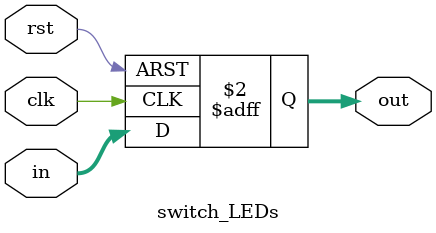
<source format=v>
module switch_LEDs(in, out, clk, rst);
input [3:0] in;
input clk, rst;
output reg [3:0] out;
  
  always @(posedge clk or posedge rst) begin
    if(rst) 
      out <= 4'h0; 
    else 
      out <= in;
  end

endmodule
</source>
